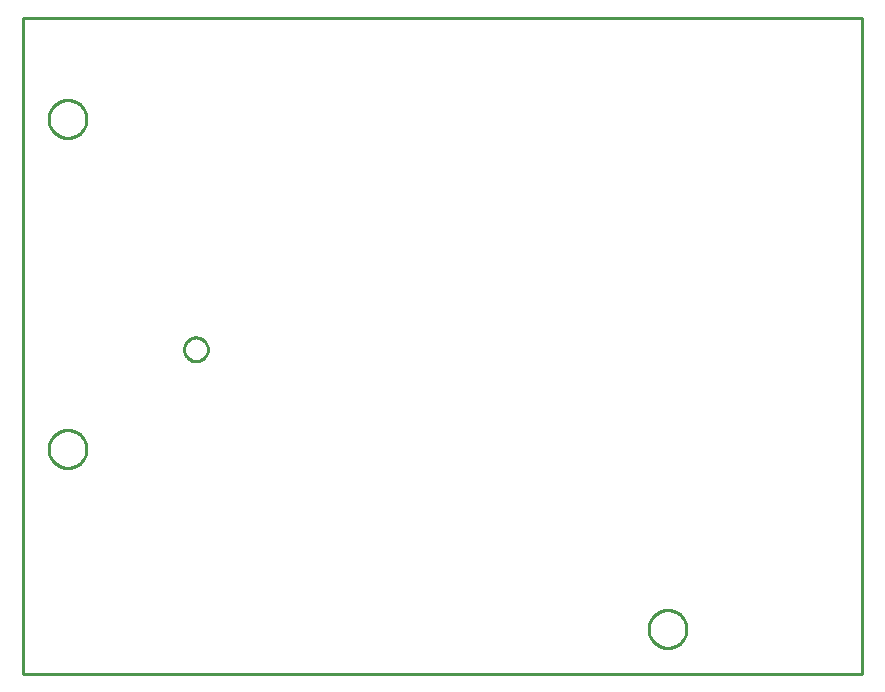
<source format=gbr>
G04 EAGLE Gerber X2 export*
%TF.Part,Single*%
%TF.FileFunction,Profile,NP*%
%TF.FilePolarity,Positive*%
%TF.GenerationSoftware,Autodesk,EAGLE,9.1.3*%
%TF.CreationDate,2018-09-07T19:45:19Z*%
G75*
%MOMM*%
%FSLAX34Y34*%
%LPD*%
%AMOC8*
5,1,8,0,0,1.08239X$1,22.5*%
G01*
%ADD10C,0.254000*%


D10*
X12700Y0D02*
X723700Y0D01*
X723700Y555500D01*
X12700Y555500D01*
X12700Y0D01*
X542800Y38624D02*
X542869Y39669D01*
X543005Y40708D01*
X543210Y41735D01*
X543481Y42747D01*
X543817Y43739D01*
X544218Y44707D01*
X544682Y45646D01*
X545206Y46554D01*
X545788Y47425D01*
X546425Y48256D01*
X547116Y49043D01*
X547857Y49784D01*
X548644Y50475D01*
X549475Y51113D01*
X550346Y51695D01*
X551254Y52218D01*
X552193Y52682D01*
X553161Y53083D01*
X554153Y53419D01*
X555165Y53690D01*
X556192Y53895D01*
X557231Y54032D01*
X558276Y54100D01*
X559324Y54100D01*
X560369Y54032D01*
X561408Y53895D01*
X562435Y53690D01*
X563447Y53419D01*
X564439Y53083D01*
X565407Y52682D01*
X566346Y52218D01*
X567254Y51695D01*
X568125Y51113D01*
X568956Y50475D01*
X569743Y49784D01*
X570484Y49043D01*
X571175Y48256D01*
X571813Y47425D01*
X572395Y46554D01*
X572918Y45646D01*
X573382Y44707D01*
X573783Y43739D01*
X574119Y42747D01*
X574390Y41735D01*
X574595Y40708D01*
X574732Y39669D01*
X574800Y38624D01*
X574800Y37576D01*
X574732Y36531D01*
X574595Y35492D01*
X574390Y34465D01*
X574119Y33453D01*
X573783Y32461D01*
X573382Y31493D01*
X572918Y30554D01*
X572395Y29646D01*
X571813Y28775D01*
X571175Y27944D01*
X570484Y27157D01*
X569743Y26416D01*
X568956Y25725D01*
X568125Y25088D01*
X567254Y24506D01*
X566346Y23982D01*
X565407Y23518D01*
X564439Y23117D01*
X563447Y22781D01*
X562435Y22510D01*
X561408Y22305D01*
X560369Y22169D01*
X559324Y22100D01*
X558276Y22100D01*
X557231Y22169D01*
X556192Y22305D01*
X555165Y22510D01*
X554153Y22781D01*
X553161Y23117D01*
X552193Y23518D01*
X551254Y23982D01*
X550346Y24506D01*
X549475Y25088D01*
X548644Y25725D01*
X547857Y26416D01*
X547116Y27157D01*
X546425Y27944D01*
X545788Y28775D01*
X545206Y29646D01*
X544682Y30554D01*
X544218Y31493D01*
X543817Y32461D01*
X543481Y33453D01*
X543210Y34465D01*
X543005Y35492D01*
X542869Y36531D01*
X542800Y37576D01*
X542800Y38624D01*
X34800Y191024D02*
X34869Y192069D01*
X35005Y193108D01*
X35210Y194135D01*
X35481Y195147D01*
X35817Y196139D01*
X36218Y197107D01*
X36682Y198046D01*
X37206Y198954D01*
X37788Y199825D01*
X38425Y200656D01*
X39116Y201443D01*
X39857Y202184D01*
X40644Y202875D01*
X41475Y203513D01*
X42346Y204095D01*
X43254Y204618D01*
X44193Y205082D01*
X45161Y205483D01*
X46153Y205819D01*
X47165Y206090D01*
X48192Y206295D01*
X49231Y206432D01*
X50276Y206500D01*
X51324Y206500D01*
X52369Y206432D01*
X53408Y206295D01*
X54435Y206090D01*
X55447Y205819D01*
X56439Y205483D01*
X57407Y205082D01*
X58346Y204618D01*
X59254Y204095D01*
X60125Y203513D01*
X60956Y202875D01*
X61743Y202184D01*
X62484Y201443D01*
X63175Y200656D01*
X63813Y199825D01*
X64395Y198954D01*
X64918Y198046D01*
X65382Y197107D01*
X65783Y196139D01*
X66119Y195147D01*
X66390Y194135D01*
X66595Y193108D01*
X66732Y192069D01*
X66800Y191024D01*
X66800Y189976D01*
X66732Y188931D01*
X66595Y187892D01*
X66390Y186865D01*
X66119Y185853D01*
X65783Y184861D01*
X65382Y183893D01*
X64918Y182954D01*
X64395Y182046D01*
X63813Y181175D01*
X63175Y180344D01*
X62484Y179557D01*
X61743Y178816D01*
X60956Y178125D01*
X60125Y177488D01*
X59254Y176906D01*
X58346Y176382D01*
X57407Y175918D01*
X56439Y175517D01*
X55447Y175181D01*
X54435Y174910D01*
X53408Y174705D01*
X52369Y174569D01*
X51324Y174500D01*
X50276Y174500D01*
X49231Y174569D01*
X48192Y174705D01*
X47165Y174910D01*
X46153Y175181D01*
X45161Y175517D01*
X44193Y175918D01*
X43254Y176382D01*
X42346Y176906D01*
X41475Y177488D01*
X40644Y178125D01*
X39857Y178816D01*
X39116Y179557D01*
X38425Y180344D01*
X37788Y181175D01*
X37206Y182046D01*
X36682Y182954D01*
X36218Y183893D01*
X35817Y184861D01*
X35481Y185853D01*
X35210Y186865D01*
X35005Y187892D01*
X34869Y188931D01*
X34800Y189976D01*
X34800Y191024D01*
X34800Y470424D02*
X34869Y471469D01*
X35005Y472508D01*
X35210Y473535D01*
X35481Y474547D01*
X35817Y475539D01*
X36218Y476507D01*
X36682Y477446D01*
X37206Y478354D01*
X37788Y479225D01*
X38425Y480056D01*
X39116Y480843D01*
X39857Y481584D01*
X40644Y482275D01*
X41475Y482913D01*
X42346Y483495D01*
X43254Y484018D01*
X44193Y484482D01*
X45161Y484883D01*
X46153Y485219D01*
X47165Y485490D01*
X48192Y485695D01*
X49231Y485832D01*
X50276Y485900D01*
X51324Y485900D01*
X52369Y485832D01*
X53408Y485695D01*
X54435Y485490D01*
X55447Y485219D01*
X56439Y484883D01*
X57407Y484482D01*
X58346Y484018D01*
X59254Y483495D01*
X60125Y482913D01*
X60956Y482275D01*
X61743Y481584D01*
X62484Y480843D01*
X63175Y480056D01*
X63813Y479225D01*
X64395Y478354D01*
X64918Y477446D01*
X65382Y476507D01*
X65783Y475539D01*
X66119Y474547D01*
X66390Y473535D01*
X66595Y472508D01*
X66732Y471469D01*
X66800Y470424D01*
X66800Y469376D01*
X66732Y468331D01*
X66595Y467292D01*
X66390Y466265D01*
X66119Y465253D01*
X65783Y464261D01*
X65382Y463293D01*
X64918Y462354D01*
X64395Y461446D01*
X63813Y460575D01*
X63175Y459744D01*
X62484Y458957D01*
X61743Y458216D01*
X60956Y457525D01*
X60125Y456888D01*
X59254Y456306D01*
X58346Y455782D01*
X57407Y455318D01*
X56439Y454917D01*
X55447Y454581D01*
X54435Y454310D01*
X53408Y454105D01*
X52369Y453969D01*
X51324Y453900D01*
X50276Y453900D01*
X49231Y453969D01*
X48192Y454105D01*
X47165Y454310D01*
X46153Y454581D01*
X45161Y454917D01*
X44193Y455318D01*
X43254Y455782D01*
X42346Y456306D01*
X41475Y456888D01*
X40644Y457525D01*
X39857Y458216D01*
X39116Y458957D01*
X38425Y459744D01*
X37788Y460575D01*
X37206Y461446D01*
X36682Y462354D01*
X36218Y463293D01*
X35817Y464261D01*
X35481Y465253D01*
X35210Y466265D01*
X35005Y467292D01*
X34869Y468331D01*
X34800Y469376D01*
X34800Y470424D01*
X149504Y275399D02*
X149580Y276269D01*
X149732Y277128D01*
X149958Y277972D01*
X150256Y278792D01*
X150625Y279584D01*
X151062Y280340D01*
X151563Y281055D01*
X152124Y281724D01*
X152742Y282342D01*
X153411Y282903D01*
X154126Y283404D01*
X154882Y283841D01*
X155674Y284210D01*
X156494Y284508D01*
X157338Y284734D01*
X158198Y284886D01*
X159067Y284962D01*
X159941Y284962D01*
X160811Y284886D01*
X161670Y284734D01*
X162514Y284508D01*
X163334Y284210D01*
X164126Y283841D01*
X164882Y283404D01*
X165597Y282903D01*
X166266Y282342D01*
X166884Y281724D01*
X167445Y281055D01*
X167946Y280340D01*
X168383Y279584D01*
X168752Y278792D01*
X169050Y277972D01*
X169276Y277128D01*
X169428Y276269D01*
X169504Y275399D01*
X169504Y274525D01*
X169428Y273656D01*
X169276Y272796D01*
X169050Y271952D01*
X168752Y271132D01*
X168383Y270340D01*
X167946Y269584D01*
X167445Y268869D01*
X166884Y268200D01*
X166266Y267582D01*
X165597Y267021D01*
X164882Y266520D01*
X164126Y266083D01*
X163334Y265714D01*
X162514Y265416D01*
X161670Y265190D01*
X160811Y265038D01*
X159941Y264962D01*
X159067Y264962D01*
X158198Y265038D01*
X157338Y265190D01*
X156494Y265416D01*
X155674Y265714D01*
X154882Y266083D01*
X154126Y266520D01*
X153411Y267021D01*
X152742Y267582D01*
X152124Y268200D01*
X151563Y268869D01*
X151062Y269584D01*
X150625Y270340D01*
X150256Y271132D01*
X149958Y271952D01*
X149732Y272796D01*
X149580Y273656D01*
X149504Y274525D01*
X149504Y275399D01*
M02*

</source>
